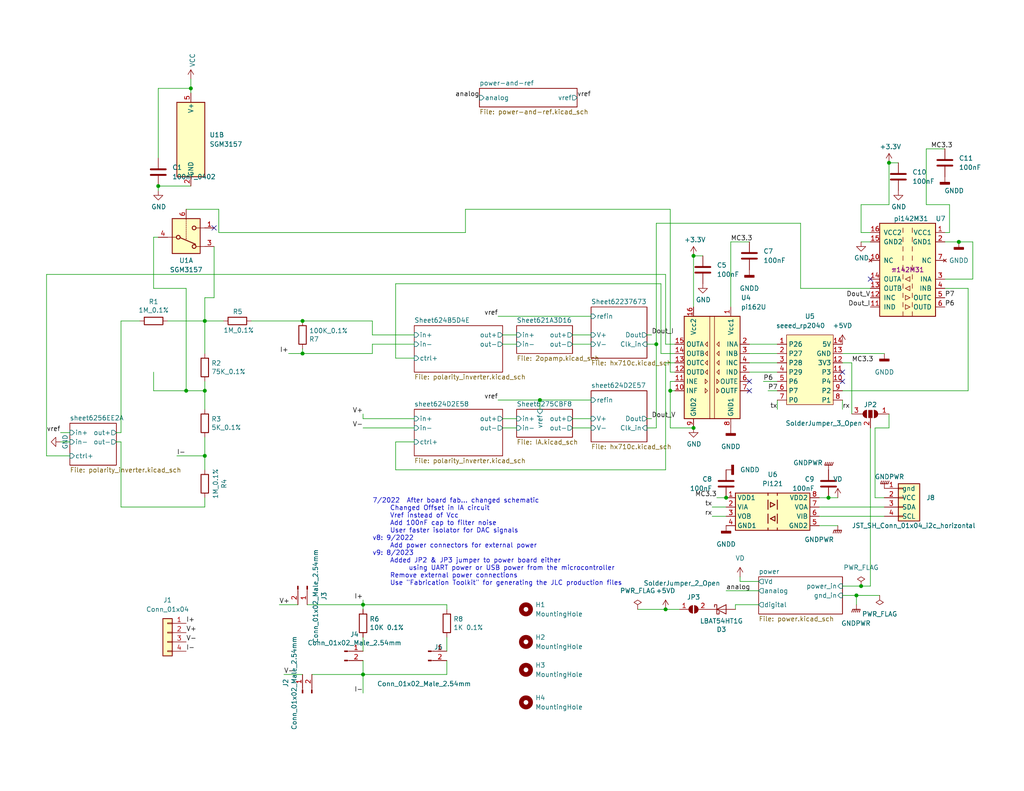
<source format=kicad_sch>
(kicad_sch (version 20230121) (generator eeschema)
  (paper "USLetter")
  (title_block (title "square lockin") (date "2023-08-21") (rev "9") (company "Boulder, CO 80305") (comment 1 "325 Broadway") (comment 2 "NIST") (comment 3 "Sae Woo Nam"))
  (lib_symbols
    (symbol "0JLC-6:100K_0.1%" (pin_numbers hide) (pin_names (offset 0))
      (property "Reference" "R" (at 2.032 0 90))
      (property "Value" "100K_0.1%" (at 0 0 90))
      (symbol "100K_0.1%_1_1"
        (pin passive line (at 0 3.81 270) (length 1.27) (name "~") (number "1"))
        (pin passive line (at 0 -3.81 90) (length 1.27) (name "~") (number "2"))
      )
    )
    (symbol "0JLC-6:100nF_0402" (pin_numbers hide) (pin_names (offset 0.254))
      (property "Reference" "C" (at 0.635 2.54 0))
      (property "Value" "100nF_0402" (at 0.635 -2.54 0))
      (symbol "100nF_0402_1_1"
        (pin passive line (at 0 3.81 270) (length 2.794) (name "~") (number "1"))
        (pin passive line (at 0 -3.81 90) (length 2.794) (name "~") (number "2"))
      )
    )
    (symbol "0JLC-6:10K" (pin_numbers hide) (pin_names (offset 0))
      (property "Reference" "R" (at 2.032 0 90))
      (property "Value" "10K" (at 0 0 90))
      (symbol "10K_1_1"
        (pin passive line (at 0 3.81 270) (length 1.27) (name "~") (number "1"))
        (pin passive line (at 0 -3.81 90) (length 1.27) (name "~") (number "2"))
      )
    )
    (symbol "0JLC-6:1K" (pin_numbers hide) (pin_names (offset 0))
      (property "Reference" "R" (at 2.032 0 90))
      (property "Value" "1K" (at 0 0 90))
      (symbol "1K_1_1"
        (pin passive line (at 0 3.81 270) (length 1.27) (name "~") (number "1"))
        (pin passive line (at 0 -3.81 90) (length 1.27) (name "~") (number "2"))
      )
    )
    (symbol "0JLC-6:1M_0.1%" (pin_numbers hide) (pin_names (offset 0))
      (property "Reference" "R" (at 2.032 0 90))
      (property "Value" "1M_0.1%" (at 0 0 90))
      (symbol "1M_0.1%_1_1"
        (pin passive line (at 0 3.81 270) (length 1.27) (name "~") (number "1"))
        (pin passive line (at 0 -3.81 90) (length 1.27) (name "~") (number "2"))
      )
    )
    (symbol "0JLC-6:5K_0.1%" (pin_numbers hide) (pin_names (offset 0))
      (property "Reference" "R" (at 2.032 0 90))
      (property "Value" "5K_0.1%" (at 0 0 90))
      (symbol "5K_0.1%_1_1"
        (pin passive line (at 0 3.81 270) (length 1.27) (name "~") (number "1"))
        (pin passive line (at 0 -3.81 90) (length 1.27) (name "~") (number "2"))
      )
    )
    (symbol "0JLC-6:75K_0.1%" (pin_numbers hide) (pin_names (offset 0))
      (property "Reference" "R" (at 2.032 0 90))
      (property "Value" "75K_0.1%" (at 0 0 90))
      (symbol "75K_0.1%_1_1"
        (pin passive line (at 0 3.81 270) (length 1.27) (name "~") (number "1"))
        (pin passive line (at 0 -3.81 90) (length 1.27) (name "~") (number "2"))
      )
    )
    (symbol "0JLC-6:Conn_01x02_Male_2.54mm" (pin_names (offset 1.016) hide)
      (property "Reference" "J" (at 0 2.54 0))
      (property "Value" "Conn_01x02_Male_2.54mm" (at 0 -5.08 0))
      (symbol "Conn_01x02_Male_2.54mm_1_1"
        (pin passive line (at 5.08 0 180) (length 3.81) (name "Pin_1") (number "1"))
        (pin passive line (at 5.08 -2.54 180) (length 3.81) (name "Pin_2") (number "2"))
      )
    )
    (symbol "0JLC-6:JST_SH_Conn_01x04_i2c_horizontal" (pin_names (offset 1.016))
      (property "Reference" "J" (at 0 5.08 0))
      (property "Value" "JST_SH_Conn_01x04_i2c_horizontal" (at 0 -7.62 0))
      (symbol "JST_SH_Conn_01x04_i2c_horizontal_1_1"
        (pin passive line (at -5.08 2.54 0) (length 3.81) (name "gnd") (number "1"))
        (pin passive line (at -5.08 0 0) (length 3.81) (name "VCC") (number "2"))
        (pin passive line (at -5.08 -2.54 0) (length 3.81) (name "SDA") (number "3"))
        (pin passive line (at -5.08 -5.08 0) (length 3.81) (name "SCL") (number "4"))
      )
    )
    (symbol "0JLC-6:PI121"
      (property "Reference" "U" (at -8.89 6.35 0))
      (property "Value" "PI121" (at 1.27 6.35 0))
      (symbol "PI121_1_1"
        (pin power_in line (at -12.7 3.81 0) (length 2.54) (name "VDD1") (number "1"))
        (pin input line (at -12.7 1.27 0) (length 2.54) (name "VIA") (number "2"))
        (pin output line (at -12.7 -1.27 0) (length 2.54) (name "VOB") (number "3"))
        (pin power_in line (at -12.7 -3.81 0) (length 2.54) (name "GND1") (number "4"))
        (pin power_in line (at 12.7 -3.81 180) (length 2.54) (name "GND2") (number "5"))
        (pin input line (at 12.7 -1.27 180) (length 2.54) (name "VIB") (number "6"))
        (pin output line (at 12.7 1.27 180) (length 2.54) (name "VOA") (number "7"))
        (pin power_in line (at 12.7 3.81 180) (length 2.54) (name "VDD2") (number "8"))
      )
    )
    (symbol "0JLC-6:pi142x3x" (pin_names (offset 1.016))
      (property "Reference" "U?" (at 0 17.78 0))
      (property "Value" "pi142x3x" (at 0 15.24 0))
      (property "MPN" "π142M31" (at 0 0 0))
      (symbol "pi142x3x_1_1"
        (pin power_in line (at -10.16 10.16 0) (length 2.54) (name "VCC1") (number "1"))
        (pin no_connect line (at 10.16 2.54 180) (length 2.54) (name "NC") (number "10"))
        (pin input line (at 10.16 -10.16 180) (length 2.54) (name "IND") (number "11"))
        (pin input line (at 10.16 -7.62 180) (length 2.54) (name "INC") (number "12"))
        (pin output line (at 10.16 -5.08 180) (length 2.54) (name "OUTB") (number "13"))
        (pin output line (at 10.16 -2.54 180) (length 2.54) (name "OUTA") (number "14"))
        (pin power_in line (at 10.16 7.62 180) (length 2.54) (name "GND2") (number "15"))
        (pin power_in line (at 10.16 10.16 180) (length 2.54) (name "VCC2") (number "16"))
        (pin power_in line (at -10.16 7.62 0) (length 2.54) (name "GND1") (number "2"))
        (pin input line (at -10.16 -2.54 0) (length 2.54) (name "INA") (number "3"))
        (pin input line (at -10.16 -5.08 0) (length 2.54) (name "INB") (number "4"))
        (pin output line (at -10.16 -7.62 0) (length 2.54) (name "OUTC") (number "5"))
        (pin output line (at -10.16 -10.16 0) (length 2.54) (name "OUTD") (number "6"))
        (pin no_connect line (at -10.16 2.54 0) (length 2.54) (name "NC") (number "7"))
        (pin passive line (at -10.16 7.62 0) (length 2.54) hide (name "GND1") (number "8"))
        (pin passive line (at 10.16 7.62 180) (length 2.54) hide (name "GND2") (number "9"))
      )
    )
    (symbol "0JLC-7:100nF" (pin_numbers hide) (pin_names (offset 0.254))
      (property "Reference" "C8" (at -3.81 -1.2701 0))
      (property "Value" "100nF" (at -3.81 1.2699 0))
      (symbol "100nF_1_1"
        (pin passive line (at 0 3.81 270) (length 2.794) (name "~") (number "1"))
        (pin passive line (at 0 -3.81 90) (length 2.794) (name "~") (number "2"))
      )
    )
    (symbol "0JLC-7:LBAT54HT1G" (pin_numbers hide) (pin_names (offset 1.016) hide)
      (property "Reference" "D1" (at -1.27 -2.54 0))
      (property "Value" "LBAT54HT1G" (at -5.08 2.54 0))
      (symbol "LBAT54HT1G_1_1"
        (pin passive line (at -3.81 0 0) (length 2.54) (name "K") (number "1"))
        (pin passive line (at 3.81 0 180) (length 2.54) (name "A") (number "2"))
      )
    )
    (symbol "0JLC-7:SGM3157" (pin_names (offset 0.127))
      (property "Reference" "U1" (at 0 5.08 0))
      (property "Value" "SGM3157" (at 0 7.62 0))
      (property "LCSC" "C394901" (at 0 0 0))
      (symbol "SGM3157_1_1"
        (pin passive line (at 7.62 -5.08 180) (length 2.54) (name "~") (number "1"))
        (pin passive line (at 7.62 0 180) (length 2.54) (name "~") (number "3"))
        (pin passive line (at -7.62 -2.54 0) (length 2.54) (name "~") (number "4"))
        (pin input line (at 0 -10.16 90) (length 2.54) (name "~") (number "6"))
      )
      (symbol "SGM3157_2_0"
        (pin power_in line (at 0 -12.7 90) (length 2.54) (name "GND") (number "2"))
        (pin power_in line (at 0 12.7 270) (length 2.54) (name "V+") (number "5"))
      )
    )
    (symbol "Analog_Switch:NC7SB3157P6X" (pin_names (offset 0.127))
      (property "Reference" "U" (at -3.175 4.699 0))
      (property "Value" "NC7SB3157P6X" (at -3.175 2.921 0))
      (symbol "NC7SB3157P6X_1_1"
        (pin passive line (at 7.62 -5.08 180) (length 2.54) (name "~") (number "1"))
        (pin passive line (at 7.62 0 180) (length 2.54) (name "~") (number "3"))
        (pin passive line (at -7.62 -2.54 0) (length 2.54) (name "~") (number "4"))
        (pin input line (at 0 -10.16 90) (length 2.54) (name "~") (number "6"))
      )
      (symbol "NC7SB3157P6X_2_0"
        (pin power_in line (at 0 -12.7 90) (length 2.54) (name "GND") (number "2"))
        (pin power_in line (at 0 12.7 270) (length 2.54) (name "V+") (number "5"))
      )
    )
    (symbol "Connector_Generic:Conn_01x04" (pin_names (offset 1.016) hide)
      (property "Reference" "J" (at 0 5.08 0))
      (property "Value" "Conn_01x04" (at 0 -7.62 0))
      (symbol "Conn_01x04_1_1"
        (pin passive line (at -5.08 2.54 0) (length 3.81) (name "Pin_1") (number "1"))
        (pin passive line (at -5.08 0 0) (length 3.81) (name "Pin_2") (number "2"))
        (pin passive line (at -5.08 -2.54 0) (length 3.81) (name "Pin_3") (number "3"))
        (pin passive line (at -5.08 -5.08 0) (length 3.81) (name "Pin_4") (number "4"))
      )
    )
    (symbol "Isolator:ISO7762DW"
      (property "Reference" "U" (at 8.255 14.605 0))
      (property "Value" "ISO7762DW" (at 8.255 12.065 0))
      (symbol "ISO7762DW_1_1"
        (pin power_in line (at -5.08 17.78 270) (length 2.54) (name "Vcc1") (number "1"))
        (pin input line (at 10.16 -5.08 180) (length 2.54) (name "INF") (number "10"))
        (pin input line (at 10.16 -2.54 180) (length 2.54) (name "INE") (number "11"))
        (pin output line (at 10.16 0 180) (length 2.54) (name "OUTD") (number "12"))
        (pin output line (at 10.16 2.54 180) (length 2.54) (name "OUTC") (number "13"))
        (pin output line (at 10.16 5.08 180) (length 2.54) (name "OUTB") (number "14"))
        (pin output line (at 10.16 7.62 180) (length 2.54) (name "OUTA") (number "15"))
        (pin power_in line (at 5.08 17.78 270) (length 2.54) (name "Vcc2") (number "16"))
        (pin input line (at -10.16 7.62 0) (length 2.54) (name "INA") (number "2"))
        (pin input line (at -10.16 5.08 0) (length 2.54) (name "INB") (number "3"))
        (pin input line (at -10.16 2.54 0) (length 2.54) (name "INC") (number "4"))
        (pin input line (at -10.16 0 0) (length 2.54) (name "IND") (number "5"))
        (pin output line (at -10.16 -2.54 0) (length 2.54) (name "OUTE") (number "6"))
        (pin output line (at -10.16 -5.08 0) (length 2.54) (name "OUTF") (number "7"))
        (pin power_in line (at -5.08 -15.24 90) (length 2.54) (name "GND1") (number "8"))
        (pin power_in line (at 5.08 -15.24 90) (length 2.54) (name "GND2") (number "9"))
      )
    )
    (symbol "Jumper:SolderJumper_2_Open" (pin_names (offset 0) hide)
      (property "Reference" "JP" (at 0 2.032 0))
      (property "Value" "SolderJumper_2_Open" (at 0 -2.54 0))
      (symbol "SolderJumper_2_Open_1_1"
        (pin passive line (at -3.81 0 0) (length 2.54) (name "A") (number "1"))
        (pin passive line (at 3.81 0 180) (length 2.54) (name "B") (number "2"))
      )
    )
    (symbol "Jumper:SolderJumper_3_Open" (pin_names (offset 0) hide)
      (property "Reference" "JP" (at -2.54 -2.54 0))
      (property "Value" "SolderJumper_3_Open" (at 0 2.794 0))
      (symbol "SolderJumper_3_Open_1_1"
        (pin passive line (at -5.08 0 0) (length 2.54) (name "A") (number "1"))
        (pin passive line (at 0 -3.81 90) (length 2.54) (name "C") (number "2"))
        (pin passive line (at 5.08 0 180) (length 2.54) (name "B") (number "3"))
      )
    )
    (symbol "Mechanical:MountingHole" (pin_names (offset 1.016))
      (property "Reference" "H" (at 0 5.08 0))
      (property "Value" "MountingHole" (at 0 3.175 0))
    )
    (symbol "power:+3.3V" (power) (pin_names (offset 0))
      (property "Value" "+3.3V" (at 0 3.556 0))
      (symbol "+3.3V_1_1"
        (pin power_in line (at 0 0 90) (length 0) hide (name "+3.3V") (number "1"))
      )
    )
    (symbol "power:+5VD" (power) (pin_names (offset 0))
      (property "Value" "+5VD" (at 0 3.556 0))
      (symbol "+5VD_1_1"
        (pin power_in line (at 0 0 90) (length 0) hide (name "+5VD") (number "1"))
      )
    )
    (symbol "power:GND" (power) (pin_names (offset 0))
      (property "Value" "GND" (at 0 -3.81 0))
      (symbol "GND_1_1"
        (pin power_in line (at 0 0 270) (length 0) hide (name "GND") (number "1"))
      )
    )
    (symbol "power:GNDD" (power) (pin_names (offset 0))
      (property "Value" "GNDD" (at 0 -3.175 0))
      (symbol "GNDD_1_1"
        (pin power_in line (at 0 0 270) (length 0) hide (name "GNDD") (number "1"))
      )
    )
    (symbol "power:GNDPWR" (power) (pin_names (offset 0))
      (property "Value" "GNDPWR" (at 0 -3.302 0))
      (symbol "GNDPWR_1_1"
        (pin power_in line (at 0 0 270) (length 0) hide (name "GNDPWR") (number "1"))
      )
    )
    (symbol "power:PWR_FLAG" (power) (pin_numbers hide) (pin_names (offset 0) hide)
      (property "Value" "PWR_FLAG" (at 0 3.81 0))
      (symbol "PWR_FLAG_0_0"
        (pin power_out line (at 0 0 90) (length 0) (name "pwr") (number "1"))
      )
    )
    (symbol "power:VCC" (power) (pin_names (offset 0))
      (property "Value" "VCC" (at 0 3.81 0))
      (symbol "VCC_1_1"
        (pin power_in line (at 0 0 90) (length 0) hide (name "VCC") (number "1"))
      )
    )
    (symbol "power:VD" (power) (pin_names (offset 0))
      (property "Value" "VD" (at 0 3.81 0))
      (symbol "VD_1_1"
        (pin power_in line (at 0 0 90) (length 0) hide (name "VD") (number "1"))
      )
    )
    (symbol "schematic_library:seeed_rp2040"
      (property "Reference" "U" (at -2.54 1.27 0))
      (property "Value" "seeed_rp2040" (at 0 3.81 0))
      (symbol "seeed_rp2040_1_1"
        (pin bidirectional line (at -8.89 -2.54 0) (length 2.54) (name "P26") (number "1"))
        (pin bidirectional line (at 8.89 -12.7 180) (length 2.54) (name "P4") (number "10"))
        (pin bidirectional line (at 8.89 -10.16 180) (length 2.54) (name "P3") (number "11"))
        (pin power_out line (at 8.89 -7.62 180) (length 2.54) (name "3V3") (number "12"))
        (pin passive line (at 8.89 -5.08 180) (length 2.54) (name "GND") (number "13"))
        (pin passive line (at 8.89 -2.54 180) (length 2.54) (name "5V") (number "14"))
        (pin bidirectional line (at -8.89 -5.08 0) (length 2.54) (name "P27") (number "2"))
        (pin bidirectional line (at -8.89 -7.62 0) (length 2.54) (name "P28") (number "3"))
        (pin bidirectional line (at -8.89 -10.16 0) (length 2.54) (name "P29") (number "4"))
        (pin bidirectional line (at -8.89 -12.7 0) (length 2.54) (name "P6") (number "5"))
        (pin bidirectional line (at -8.89 -15.24 0) (length 2.54) (name "P7") (number "6"))
        (pin bidirectional line (at -8.89 -17.78 0) (length 2.54) (name "P0") (number "7"))
        (pin bidirectional line (at 8.89 -17.78 180) (length 2.54) (name "P1") (number "8"))
        (pin bidirectional line (at 8.89 -15.24 180) (length 2.54) (name "P2") (number "9"))
      )
    )
  )
  (junction (at 242.57 44.45))
  (junction (at 182.88 106.68))
  (junction (at 82.55 87.63))
  (junction (at 99.06 184.15))
  (junction (at 233.68 162.56))
  (junction (at 198.12 135.89))
  (junction (at 261.62 66.04))
  (junction (at 55.88 87.63))
  (junction (at 43.18 50.8))
  (junction (at 99.06 165.1))
  (junction (at 147.32 109.22))
  (junction (at 52.07 24.13))
  (junction (at 55.88 124.46))
  (junction (at 179.07 93.98))
  (junction (at 189.23 116.84))
  (junction (at 50.8 106.68))
  (junction (at 55.88 106.68))
  (junction (at 181.61 166.37))
  (junction (at 82.55 96.52))
  (junction (at 189.23 69.85))
  (junction (at 226.06 135.89))
  (junction (at 234.95 160.02))
  (no_connect (at 58.42 62.23))
  (no_connect (at 229.87 104.14))
  (no_connect (at 229.87 101.6))
  (no_connect (at 237.49 76.2))
  (no_connect (at 204.47 104.14))
  (no_connect (at 204.47 106.68))
  (wire (pts (xy 121.92 165.1) (xy 121.92 166.37)))
  (wire (pts (xy 77.47 184.15) (xy 82.55 184.15)))
  (wire (pts (xy 176.53 93.98) (xy 179.07 93.98)))
  (wire (pts (xy 147.32 109.22) (xy 147.32 111.76)))
  (wire (pts (xy 194.31 140.97) (xy 198.12 140.97)))
  (wire (pts (xy 237.49 116.84) (xy 237.49 160.02)))
  (wire (pts (xy 137.16 116.84) (xy 140.97 116.84)))
  (wire (pts (xy 259.08 55.88) (xy 259.08 63.5)))
  (wire (pts (xy 33.02 120.65) (xy 33.02 138.43)))
  (wire (pts (xy 201.93 157.48) (xy 201.93 158.75)))
  (wire (pts (xy 12.7 74.93) (xy 181.61 74.93)))
  (wire (pts (xy 52.07 24.13) (xy 52.07 25.4)))
  (wire (pts (xy 176.53 114.3) (xy 177.8 114.3)))
  (wire (pts (xy 181.61 166.37) (xy 185.42 166.37)))
  (wire (pts (xy 99.06 180.34) (xy 99.06 184.15)))
  (wire (pts (xy 33.02 87.63) (xy 33.02 118.11)))
  (wire (pts (xy 199.39 66.04) (xy 204.47 66.04)))
  (wire (pts (xy 121.92 173.99) (xy 121.92 177.8)))
  (wire (pts (xy 113.03 93.98) (xy 101.6 93.98)))
  (wire (pts (xy 121.92 184.15) (xy 99.06 184.15)))
  (wire (pts (xy 265.43 76.2) (xy 265.43 66.04)))
  (wire (pts (xy 82.55 95.25) (xy 82.55 96.52)))
  (wire (pts (xy 179.07 93.98) (xy 179.07 116.84)))
  (wire (pts (xy 101.6 93.98) (xy 101.6 96.52)))
  (wire (pts (xy 50.8 78.74) (xy 41.91 78.74)))
  (wire (pts (xy 182.88 57.15) (xy 182.88 101.6)))
  (wire (pts (xy 52.07 21.59) (xy 52.07 24.13)))
  (wire (pts (xy 101.6 96.52) (xy 82.55 96.52)))
  (wire (pts (xy 233.68 162.56) (xy 240.03 162.56)))
  (wire (pts (xy 99.06 184.15) (xy 99.06 189.23)))
  (wire (pts (xy 234.95 160.02) (xy 237.49 160.02)))
  (wire (pts (xy 107.95 128.27) (xy 107.95 120.65)))
  (wire (pts (xy 55.88 81.28) (xy 55.88 87.63)))
  (wire (pts (xy 107.95 128.27) (xy 181.61 128.27)))
  (wire (pts (xy 180.34 77.47) (xy 107.95 77.47)))
  (wire (pts (xy 212.09 109.22) (xy 212.09 111.76)))
  (wire (pts (xy 113.03 114.3) (xy 99.06 114.3)))
  (wire (pts (xy 200.66 165.1) (xy 200.66 166.37)))
  (wire (pts (xy 33.02 138.43) (xy 55.88 138.43)))
  (wire (pts (xy 179.07 116.84) (xy 176.53 116.84)))
  (wire (pts (xy 55.88 87.63) (xy 55.88 96.52)))
  (wire (pts (xy 59.69 63.5) (xy 127 63.5)))
  (wire (pts (xy 48.26 124.46) (xy 55.88 124.46)))
  (wire (pts (xy 41.91 64.77) (xy 43.18 64.77)))
  (wire (pts (xy 19.05 124.46) (xy 12.7 124.46)))
  (wire (pts (xy 55.88 104.14) (xy 55.88 106.68)))
  (wire (pts (xy 209.55 106.68) (xy 212.09 106.68)))
  (wire (pts (xy 127 57.15) (xy 182.88 57.15)))
  (wire (pts (xy 41.91 78.74) (xy 41.91 64.77)))
  (wire (pts (xy 137.16 114.3) (xy 140.97 114.3)))
  (wire (pts (xy 229.87 96.52) (xy 241.3 96.52)))
  (wire (pts (xy 242.57 113.03) (xy 242.57 116.84)))
  (wire (pts (xy 198.12 161.29) (xy 207.01 161.29)))
  (wire (pts (xy 55.88 87.63) (xy 60.96 87.63)))
  (wire (pts (xy 264.16 78.74) (xy 264.16 106.68)))
  (wire (pts (xy 194.31 138.43) (xy 198.12 138.43)))
  (wire (pts (xy 127 63.5) (xy 127 57.15)))
  (wire (pts (xy 233.68 162.56) (xy 233.68 165.1)))
  (wire (pts (xy 43.18 50.8) (xy 43.18 52.07)))
  (wire (pts (xy 189.23 69.85) (xy 191.77 69.85)))
  (wire (pts (xy 218.44 60.96) (xy 179.07 60.96)))
  (wire (pts (xy 180.34 96.52) (xy 180.34 77.47)))
  (wire (pts (xy 229.87 106.68) (xy 264.16 106.68)))
  (wire (pts (xy 99.06 165.1) (xy 99.06 166.37)))
  (wire (pts (xy 99.06 114.3) (xy 99.06 113.03)))
  (wire (pts (xy 55.88 106.68) (xy 55.88 111.76)))
  (wire (pts (xy 33.02 87.63) (xy 38.1 87.63)))
  (wire (pts (xy 45.72 87.63) (xy 55.88 87.63)))
  (wire (pts (xy 173.99 166.37) (xy 181.61 166.37)))
  (wire (pts (xy 181.61 99.06) (xy 184.15 99.06)))
  (wire (pts (xy 226.06 135.89) (xy 228.6 135.89)))
  (wire (pts (xy 208.28 104.14) (xy 212.09 104.14)))
  (wire (pts (xy 43.18 43.18) (xy 43.18 24.13)))
  (wire (pts (xy 232.41 113.03) (xy 232.41 99.06)))
  (wire (pts (xy 201.93 158.75) (xy 207.01 158.75)))
  (wire (pts (xy 257.81 78.74) (xy 264.16 78.74)))
  (wire (pts (xy 242.57 44.45) (xy 245.11 44.45)))
  (wire (pts (xy 99.06 173.99) (xy 99.06 177.8)))
  (wire (pts (xy 99.06 116.84) (xy 113.03 116.84)))
  (wire (pts (xy 137.16 93.98) (xy 140.97 93.98)))
  (wire (pts (xy 252.73 40.64) (xy 252.73 55.88)))
  (wire (pts (xy 161.29 109.22) (xy 147.32 109.22)))
  (wire (pts (xy 147.32 109.22) (xy 135.89 109.22)))
  (wire (pts (xy 238.76 116.84) (xy 242.57 116.84)))
  (wire (pts (xy 101.6 87.63) (xy 101.6 91.44)))
  (wire (pts (xy 161.29 86.36) (xy 135.89 86.36)))
  (wire (pts (xy 257.81 76.2) (xy 265.43 76.2)))
  (wire (pts (xy 184.15 104.14) (xy 182.88 104.14)))
  (wire (pts (xy 229.87 160.02) (xy 234.95 160.02)))
  (wire (pts (xy 229.87 109.22) (xy 229.87 111.76)))
  (wire (pts (xy 257.81 66.04) (xy 261.62 66.04)))
  (wire (pts (xy 68.58 87.63) (xy 82.55 87.63)))
  (wire (pts (xy 181.61 74.93) (xy 181.61 93.98)))
  (wire (pts (xy 223.52 135.89) (xy 226.06 135.89)))
  (wire (pts (xy 181.61 93.98) (xy 184.15 93.98)))
  (wire (pts (xy 161.29 114.3) (xy 156.21 114.3)))
  (wire (pts (xy 237.49 78.74) (xy 218.44 78.74)))
  (wire (pts (xy 99.06 165.1) (xy 121.92 165.1)))
  (wire (pts (xy 52.07 50.8) (xy 43.18 50.8)))
  (wire (pts (xy 50.8 106.68) (xy 50.8 78.74)))
  (wire (pts (xy 58.42 67.31) (xy 58.42 81.28)))
  (wire (pts (xy 182.88 106.68) (xy 184.15 106.68)))
  (wire (pts (xy 55.88 124.46) (xy 55.88 128.27)))
  (wire (pts (xy 156.21 93.98) (xy 161.29 93.98)))
  (wire (pts (xy 218.44 78.74) (xy 218.44 60.96)))
  (wire (pts (xy 50.8 106.68) (xy 55.88 106.68)))
  (wire (pts (xy 184.15 101.6) (xy 182.88 101.6)))
  (wire (pts (xy 204.47 101.6) (xy 212.09 101.6)))
  (wire (pts (xy 229.87 162.56) (xy 233.68 162.56)))
  (wire (pts (xy 182.88 106.68) (xy 182.88 116.84)))
  (wire (pts (xy 31.75 120.65) (xy 33.02 120.65)))
  (wire (pts (xy 107.95 120.65) (xy 113.03 120.65)))
  (wire (pts (xy 184.15 96.52) (xy 180.34 96.52)))
  (wire (pts (xy 238.76 135.89) (xy 238.76 116.84)))
  (wire (pts (xy 223.52 143.51) (xy 228.6 143.51)))
  (wire (pts (xy 241.3 135.89) (xy 238.76 135.89)))
  (wire (pts (xy 161.29 91.44) (xy 156.21 91.44)))
  (wire (pts (xy 181.61 128.27) (xy 181.61 99.06)))
  (wire (pts (xy 81.28 165.1) (xy 76.2 165.1)))
  (wire (pts (xy 99.06 163.83) (xy 99.06 165.1)))
  (wire (pts (xy 242.57 44.45) (xy 242.57 55.88)))
  (wire (pts (xy 50.8 57.15) (xy 59.69 57.15)))
  (wire (pts (xy 223.52 140.97) (xy 241.3 140.97)))
  (wire (pts (xy 259.08 63.5) (xy 257.81 63.5)))
  (wire (pts (xy 31.75 118.11) (xy 33.02 118.11)))
  (wire (pts (xy 234.95 66.04) (xy 237.49 66.04)))
  (wire (pts (xy 41.91 101.6) (xy 41.91 106.68)))
  (wire (pts (xy 234.95 55.88) (xy 242.57 55.88)))
  (wire (pts (xy 16.51 118.11) (xy 19.05 118.11)))
  (wire (pts (xy 82.55 87.63) (xy 101.6 87.63)))
  (wire (pts (xy 204.47 99.06) (xy 212.09 99.06)))
  (wire (pts (xy 107.95 97.79) (xy 113.03 97.79)))
  (wire (pts (xy 41.91 106.68) (xy 50.8 106.68)))
  (wire (pts (xy 121.92 180.34) (xy 121.92 184.15)))
  (wire (pts (xy 237.49 63.5) (xy 234.95 63.5)))
  (wire (pts (xy 107.95 77.47) (xy 107.95 97.79)))
  (wire (pts (xy 177.8 91.44) (xy 176.53 91.44)))
  (wire (pts (xy 199.39 66.04) (xy 199.39 83.82)))
  (wire (pts (xy 179.07 60.96) (xy 179.07 93.98)))
  (wire (pts (xy 58.42 81.28) (xy 55.88 81.28)))
  (wire (pts (xy 252.73 55.88) (xy 259.08 55.88)))
  (wire (pts (xy 204.47 96.52) (xy 212.09 96.52)))
  (wire (pts (xy 55.88 119.38) (xy 55.88 124.46)))
  (wire (pts (xy 43.18 24.13) (xy 52.07 24.13)))
  (wire (pts (xy 195.58 135.89) (xy 198.12 135.89)))
  (wire (pts (xy 229.87 99.06) (xy 232.41 99.06)))
  (wire (pts (xy 234.95 63.5) (xy 234.95 55.88)))
  (wire (pts (xy 156.21 116.84) (xy 161.29 116.84)))
  (wire (pts (xy 85.09 184.15) (xy 99.06 184.15)))
  (wire (pts (xy 59.69 57.15) (xy 59.69 63.5)))
  (wire (pts (xy 83.82 165.1) (xy 99.06 165.1)))
  (wire (pts (xy 223.52 138.43) (xy 241.3 138.43)))
  (wire (pts (xy 78.74 96.52) (xy 82.55 96.52)))
  (wire (pts (xy 55.88 135.89) (xy 55.88 138.43)))
  (wire (pts (xy 252.73 40.64) (xy 257.81 40.64)))
  (wire (pts (xy 101.6 91.44) (xy 113.03 91.44)))
  (wire (pts (xy 189.23 69.85) (xy 189.23 83.82)))
  (wire (pts (xy 265.43 66.04) (xy 261.62 66.04)))
  (wire (pts (xy 182.88 116.84) (xy 189.23 116.84)))
  (wire (pts (xy 137.16 91.44) (xy 140.97 91.44)))
  (wire (pts (xy 12.7 124.46) (xy 12.7 74.93)))
  (wire (pts (xy 204.47 93.98) (xy 212.09 93.98)))
  (wire (pts (xy 207.01 165.1) (xy 200.66 165.1)))
  (wire (pts (xy 16.51 120.65) (xy 19.05 120.65)))
  (wire (pts (xy 182.88 104.14) (xy 182.88 106.68)))
  (text "7/2022  After board fab... changed schematic \n	Changed Offset in IA circuit\n   	Vref instead of Vcc\n   	Add 100nF cap to filter noise\n	User faster isolator for DAC signals\nv8: 9/2022\n	Add power connectors for external power\nv9: 8/2023\n	Added JP2 & JP3 jumper to power board either \n     	using UART power or USB power from the microcontroller\n	Remove external power connections\n	Use \"Fabrication Toolkit\" for generating the JLC production files" (at 101.6 160.02 0) (effects (font (size 1.27 1.27)) (justify left bottom)))
  (label "Dout_V" (at 237.49 81.28 180))
  (label "vref" (at 135.89 86.36 180))
  (label "I-" (at 50.8 177.8 0))
  (label "Dout_I" (at 177.8 91.44 0))
  (label "V-" (at 99.06 116.84 180))
  (label "P7" (at 209.55 106.68 0))
  (label "MC3.3" (at 199.39 66.04 0))
  (label "analog" (at 198.12 161.29 0))
  (label "V+" (at 99.06 113.03 180))
  (label "I+" (at 99.06 163.83 180))
  (label "I+" (at 78.74 96.52 180))
  (label "tx" (at 194.31 138.43 180))
  (label "rx" (at 194.31 140.97 180))
  (label "V-" (at 77.47 184.15 0))
  (label "I-" (at 48.26 124.46 0))
  (label "Dout_V" (at 177.8 114.3 0))
  (label "I+" (at 50.8 170.18 0))
  (label "analog" (at 130.81 26.67 180))
  (label "MC3.3" (at 254 40.64 0))
  (label "vref" (at 16.51 118.11 180))
  (label "V-" (at 50.8 175.26 0))
  (label "P7" (at 257.81 81.28 0))
  (label "vref" (at 135.89 109.22 180))
  (label "P6" (at 208.28 104.14 0))
  (label "Dout_I" (at 237.49 83.82 180))
  (label "rx" (at 229.87 111.76 0))
  (label "I-" (at 99.06 189.23 180))
  (label "V+" (at 76.2 165.1 0))
  (label "P6" (at 257.81 83.82 0))
  (label "vref" (at 157.48 26.67 0))
  (label "V+" (at 50.8 172.72 0))
  (label "tx" (at 212.09 111.76 180))
  (label "MC3.3" (at 195.58 135.89 180))
  (label "MC3.3" (at 232.41 99.06 0))
  (symbol (lib_id "0JLC-6:1M_0.1%") (at 41.91 87.63 270) (unit 1)
    (property "Reference" "R1" (at 41.91 82.3722 90))
    (property "Value" "1M_0.1%" (at 41.91 84.6836 90))
    (property "Footprint" "Resistor_SMD:R_1206_3216Metric_Pad1.30x1.75mm_HandSolder" (effects hide))
    (property "LCSC" "C2984499" (effects hide))
    (property "MPN" "ARG06BTC1004" (effects hide))
  )
  (symbol (lib_id "0JLC-6:1M_0.1%") (at 55.88 132.08 180) (unit 1)
    (property "Reference" "R4" (at 61.1378 132.08 90))
    (property "Value" "1M_0.1%" (at 58.8264 132.08 90))
    (property "Footprint" "Resistor_SMD:R_1206_3216Metric_Pad1.30x1.75mm_HandSolder" (effects hide))
    (property "LCSC" "C2984499" (effects hide))
    (property "MPN" "ARG06BTC1004" (effects hide))
  )
  (symbol (lib_id "0JLC-6:1M_0.1%") (at 64.77 87.63 270) (unit 1)
    (property "Reference" "R5" (at 63.5 85.09 90) (effects (justify left)))
    (property "Value" "1M_0.1%" (at 60.96 90.17 90) (effects (justify left)))
    (property "Footprint" "Resistor_SMD:R_1206_3216Metric_Pad1.30x1.75mm_HandSolder" (effects hide))
    (property "LCSC" "C2984499" (effects hide))
    (property "MPN" "ARG06BTC1004" (effects hide))
  )
  (symbol (lib_id "0JLC-6:75K_0.1%") (at 55.88 100.33 0) (unit 1)
    (property "Reference" "R2" (at 57.658 99.1616 0) (effects (justify left)))
    (property "Value" "75K_0.1%" (at 57.658 101.473 0) (effects (justify left)))
    (property "Footprint" "Resistor_SMD:R_0805_2012Metric_Pad1.20x1.40mm_HandSolder" (effects hide))
    (property "MPN" "TC0525B7502T5E" (effects hide))
    (property "LCSC" "C111588" (effects hide))
  )
  (symbol (lib_id "0JLC-6:10K") (at 99.06 170.18 0) (unit 1)
    (property "Reference" "R6" (at 100.838 169.0116 0) (effects (justify left)))
    (property "Value" "10K 0.1%" (at 100.838 171.323 0) (effects (justify left)))
    (property "Footprint" "Resistor_SMD:R_0603_1608Metric_Pad0.98x0.95mm_HandSolder" (effects hide))
    (property "LCSC" "C723396" (effects hide))
    (property "MPN" "AT0603BRD0710KL" (effects hide))
  )
  (symbol (lib_id "0JLC-6:Conn_01x02_Male_2.54mm") (at 93.98 177.8 0) (unit 1)
    (property "Reference" "J4" (at 96.7232 173.2026 0))
    (property "Value" "Conn_01x02_Male_2.54mm" (at 96.7232 175.514 0))
    (property "Footprint" "Connector_PinHeader_2.54mm:PinHeader_1x02_P2.54mm_Vertical" (effects hide))
    (property "LCSC" "C358684" (effects hide))
    (property "MPN" "MTP125-1102S1" (effects hide))
    (property "JLCPCB Rotation Offset" "90" (effects hide))
    (property "JLCPCB Position Offset" "-1.27, 0" (effects hide))
  )
  (symbol (lib_id "0JLC-6:Conn_01x02_Male_2.54mm") (at 116.84 177.8 0) (unit 1)
    (property "Reference" "J6" (at 118.4148 176.6824 0) (effects (justify left)))
    (property "Value" "Conn_01x02_Male_2.54mm" (at 102.87 186.69 0) (effects (justify left)))
    (property "Footprint" "Connector_PinHeader_2.54mm:PinHeader_1x02_P2.54mm_Vertical" (effects hide))
    (property "LCSC" "C358684" (effects hide))
    (property "MPN" "MTP125-1102S1" (effects hide))
    (property "JLCPCB Rotation Offset" "90" (effects hide))
    (property "JLCPCB Position Offset" "-1.27, 0" (effects hide))
  )
  (symbol (lib_id "power:GND") (at 16.51 120.65 270) (unit 1)
    (property "Reference" "#PWR01" (effects hide))
    (property "Value" "GND" (at 17.78 120.65 0))
  )
  (symbol (lib_id "0JLC-6:5K_0.1%") (at 55.88 115.57 0) (unit 1)
    (property "Reference" "R3" (at 57.658 114.4016 0) (effects (justify left)))
    (property "Value" "5K_0.1%" (at 57.658 116.713 0) (effects (justify left)))
    (property "Footprint" "Resistor_SMD:R_0805_2012Metric_Pad1.20x1.40mm_HandSolder" (effects hide))
    (property "LCSC" "C2828700" (effects hide))
    (property "MPN" "TC0525B5001T5E" (effects hide))
    (property "Field5" "C78980 ; C2828700" (effects hide))
  )
  (symbol (lib_id "0JLC-6:100K_0.1%") (at 82.55 91.44 0) (mirror x) (unit 1)
    (property "Reference" "R7" (at 84.328 92.6084 0) (effects (justify left)))
    (property "Value" "100K_0.1%" (at 84.328 90.297 0) (effects (justify left)))
    (property "Footprint" "Resistor_SMD:R_0603_1608Metric_Pad0.98x0.95mm_HandSolder" (effects hide))
    (property "MPN" "RT0603BRD07100KL" (effects hide))
    (property "LCSC" "C122538" (effects hide))
  )
  (symbol (lib_id "0JLC-6:1K") (at 121.92 170.18 0) (unit 1)
    (property "Reference" "R8" (at 123.698 169.0116 0) (effects (justify left)))
    (property "Value" "1K 0.1%" (at 123.698 171.323 0) (effects (justify left)))
    (property "Footprint" "Resistor_SMD:R_0603_1608Metric_Pad0.98x0.95mm_HandSolder" (effects hide))
    (property "LCSC" "C328422" (effects hide))
    (property "MPN" "PTFR0603B1K00P9" (effects hide))
  )
  (symbol (lib_id "0JLC-6:Conn_01x02_Male_2.54mm") (at 83.82 160.02 270) (unit 1)
    (property "Reference" "J3" (at 88.4174 162.7632 0))
    (property "Value" "Conn_01x02_Male_2.54mm" (at 86.106 162.7632 0))
    (property "Footprint" "Connector_PinHeader_2.54mm:PinHeader_1x02_P2.54mm_Vertical" (effects hide))
    (property "LCSC" "C358684" (effects hide))
    (property "MPN" "MTP125-1102S1" (effects hide))
    (property "JLCPCB Rotation Offset" "90" (effects hide))
    (property "JLCPCB Position Offset" "-1.27, 0" (effects hide))
  )
  (symbol (lib_id "0JLC-6:Conn_01x02_Male_2.54mm") (at 82.55 189.23 90) (unit 1)
    (property "Reference" "J2" (at 77.9526 186.4868 0))
    (property "Value" "Conn_01x02_Male_2.54mm" (at 80.264 186.4868 0))
    (property "Footprint" "Connector_PinHeader_2.54mm:PinHeader_1x02_P2.54mm_Vertical" (effects hide))
    (property "LCSC" "C358684" (effects hide))
    (property "MPN" "MTP125-1102S1" (effects hide))
    (property "JLCPCB Rotation Offset" "90" (effects hide))
    (property "JLCPCB Position Offset" "-1.27, 0" (effects hide))
  )
  (symbol (lib_id "power:+5VD") (at 229.87 93.98 0) (unit 1)
    (property "Reference" "#PWR019" (effects hide))
    (property "Value" "+5VD" (at 229.87 88.9 0))
  )
  (symbol (lib_id "0JLC-6:PI121") (at 210.82 139.7 0) (unit 1)
    (property "Reference" "U6" (at 210.82 129.54 0))
    (property "Value" "PI121" (at 210.82 132.08 0))
    (property "Footprint" "Package_SO:SOIC-8_3.9x4.9mm_P1.27mm" (effects hide))
    (property "Datasheet" "https://datasheet.lcsc.com/lcsc/2001131822_2Pai-Semi-%CF%80121U31_C471589.pdf" (effects hide))
    (property "LCSC" "C471589" (effects hide))
    (property "MPN" "π121U31" (effects hide))
    (property "JLCPCB Rotation Offset" "-90" (effects hide))
  )
  (symbol (lib_id "power:GND") (at 245.11 52.07 0) (unit 1)
    (property "Reference" "#PWR025" (effects hide))
    (property "Value" "GND" (at 245.237 56.4642 0))
  )
  (symbol (lib_id "power:GND") (at 234.95 66.04 0) (unit 1)
    (property "Reference" "#PWR021" (effects hide))
    (property "Value" "GND" (at 235.077 70.4342 0))
  )
  (symbol (lib_id "power:GNDPWR") (at 241.3 133.35 180) (unit 1)
    (property "Reference" "#PWR028" (effects hide))
    (property "Value" "GNDPWR" (at 242.697 130.175 0))
  )
  (symbol (lib_id "power:GNDD") (at 241.3 96.52 0) (unit 1)
    (property "Reference" "#PWR022" (effects hide))
    (property "Value" "GNDD" (at 241.3 101.6 0))
  )
  (symbol (lib_id "power:PWR_FLAG") (at 240.03 162.56 180) (unit 1)
    (property "Reference" "#FLG04" (effects hide))
    (property "Value" "PWR_FLAG" (at 240.03 167.64 0))
  )
  (symbol (lib_id "0JLC-7:SGM3157") (at 50.8 67.31 0) (mirror x) (unit 1)
    (property "Reference" "U1" (at 50.8 71.12 0))
    (property "Value" "SGM3157" (at 50.8 73.66 0))
    (property "Footprint" "Package_TO_SOT_SMD:SOT-363_SC-70-6" (effects hide))
    (property "Datasheet" "https://datasheet.lcsc.com/lcsc/2208251500_UMW-Youtai-Semiconductor-Co---Ltd--SGM3157_C394901.pdf" (effects hide))
    (property "LCSC" "C394901" (effects hide))
    (property "JLCPCB Rotation Offset" "-90" (effects hide))
  )
  (symbol (lib_id "Jumper:SolderJumper_3_Open") (at 237.49 113.03 0) (mirror y) (unit 1) (in_bom no)
    (property "Reference" "JP2" (at 237.49 110.49 0))
    (property "Value" "SolderJumper_3_Open" (at 224.79 115.57 0))
    (property "Footprint" "Jumper:SolderJumper-3_P1.3mm_Open_Pad1.0x1.5mm" (effects hide))
  )
  (symbol (lib_id "Analog_Switch:NC7SB3157P6X") (at 52.07 38.1 0) (unit 2)
    (property "Reference" "U1" (at 57.15 36.83 0) (effects (justify left)))
    (property "Value" "SGM3157" (at 57.15 39.37 0) (effects (justify left)))
    (property "Footprint" "Package_TO_SOT_SMD:SOT-363_SC-70-6" (effects hide))
    (property "Datasheet" "https://www.onsemi.com/pub/Collateral/NC7SB3157-D.PDF" (effects hide))
    (property "JLCPCB Rotation Offset" "-90" (effects hide))
  )
  (symbol (lib_id "0JLC-6:JST_SH_Conn_01x04_i2c_horizontal") (at 246.38 135.89 0) (unit 1)
    (property "Reference" "J8" (at 252.73 135.8899 0) (effects (justify left)))
    (property "Value" "JST_SH_Conn_01x04_i2c_horizontal" (at 232.41 143.51 0) (effects (justify left)))
    (property "Footprint" "Connector_JST:JST_SH_SM04B-SRSS-TB_1x04-1MP_P1.00mm_Horizontal" (effects hide))
    (property "LCSC" "C371571" (effects hide))
    (property "MPN" "A1001WR-S" (effects hide))
  )
  (symbol (lib_id "power:GND") (at 43.18 52.07 0) (unit 1)
    (property "Reference" "#PWR02" (effects hide))
    (property "Value" "GND" (at 43.307 56.4642 0))
  )
  (symbol (lib_id "power:GNDPWR") (at 233.68 165.1 0) (unit 1)
    (property "Reference" "#PWR020" (effects hide))
    (property "Value" "GNDPWR" (at 233.553 170.18 0))
  )
  (symbol (lib_id "0JLC-7:100nF") (at 204.47 69.85 0) (unit 1)
    (property "Reference" "C7" (at 208.28 68.58 0) (effects (justify left)))
    (property "Value" "100nF" (at 208.28 71.12 0) (effects (justify left)))
    (property "Footprint" "Capacitor_SMD:C_0603_1608Metric_Pad1.08x0.95mm_HandSolder" (effects hide))
    (property "LCSC" "C14663" (effects hide))
    (property "MPN" "CC0603KRX7R9BB104" (effects hide))
  )
  (symbol (lib_id "power:GNDD") (at 204.47 73.66 0) (unit 1)
    (property "Reference" "#PWR016" (effects hide))
    (property "Value" "GNDD" (at 204.47 78.74 0))
  )
  (symbol (lib_id "Jumper:SolderJumper_2_Open") (at 189.23 166.37 0) (unit 1) (in_bom no)
    (property "Reference" "JP3" (at 189.23 163.0512 0))
    (property "Value" "SolderJumper_2_Open" (at 186.055 159.2381 0))
    (property "Footprint" "Jumper:SolderJumper-2_P1.3mm_Open_Pad1.0x1.5mm" (effects hide))
  )
  (symbol (lib_id "Mechanical:MountingHole") (at 143.51 175.26 0) (unit 1) (in_bom no)
    (property "Reference" "H2" (at 146.05 173.9899 0) (effects (justify left)))
    (property "Value" "MountingHole" (at 146.05 176.5299 0) (effects (justify left)))
    (property "Footprint" "MountingHole:MountingHole_3.2mm_M3_Pad" (effects hide))
  )
  (symbol (lib_id "0JLC-7:100nF") (at 226.06 132.08 0) (mirror x) (unit 1)
    (property "Reference" "C9" (at 222.25 130.81 0) (effects (justify right)))
    (property "Value" "100nF" (at 222.25 133.35 0) (effects (justify right)))
    (property "Footprint" "Capacitor_SMD:C_0603_1608Metric_Pad1.08x0.95mm_HandSolder" (effects hide))
    (property "LCSC" "C14663" (effects hide))
    (property "MPN" "CC0603KRX7R9BB104" (effects hide))
  )
  (symbol (lib_id "0JLC-6:pi142x3x") (at 247.65 73.66 0) (mirror y) (unit 1)
    (property "Reference" "U7" (at 255.27 59.69 0) (effects (justify right)))
    (property "Value" "pi142M31" (at 243.84 59.69 0) (effects (justify right)))
    (property "Footprint" "Package_SO:SOIC-16_3.9x9.9mm_P1.27mm" (effects hide))
    (property "LCSC" "C471606" (effects hide))
    (property "MPN" "π142M31" (at 247.65 73.66 0))
    (property "JLCPCB Rotation Offset" "-90" (effects hide))
  )
  (symbol (lib_id "0JLC-6:100nF_0402") (at 43.18 46.99 0) (unit 1)
    (property "Reference" "C1" (at 46.99 45.7199 0) (effects (justify left)))
    (property "Value" "100nF_0402" (at 46.99 48.2599 0) (effects (justify left)))
    (property "Footprint" "Capacitor_SMD:C_0402_1005Metric" (effects hide))
    (property "LCSC" "C1525" (effects hide))
    (property "MPN" "CL05B104KO5NNNC" (effects hide))
  )
  (symbol (lib_id "Mechanical:MountingHole") (at 143.51 191.77 0) (unit 1) (in_bom no)
    (property "Reference" "H4" (at 146.05 190.4999 0) (effects (justify left)))
    (property "Value" "MountingHole" (at 146.05 193.0399 0) (effects (justify left)))
    (property "Footprint" "MountingHole:MountingHole_3.2mm_M3_Pad" (effects hide))
  )
  (symbol (lib_id "power:PWR_FLAG") (at 234.95 160.02 0) (unit 1)
    (property "Reference" "#FLG03" (effects hide))
    (property "Value" "PWR_FLAG" (at 234.95 154.94 0))
  )
  (symbol (lib_id "power:+3.3V") (at 242.57 44.45 0) (unit 1)
    (property "Reference" "#PWR023" (effects hide))
    (property "Value" "+3.3V" (at 242.951 40.0558 0))
  )
  (symbol (lib_id "power:GND") (at 191.77 77.47 0) (unit 1)
    (property "Reference" "#PWR012" (effects hide))
    (property "Value" "GND" (at 191.897 81.8642 0))
  )
  (symbol (lib_id "0JLC-7:100nF") (at 191.77 73.66 0) (unit 1)
    (property "Reference" "C5" (at 195.58 72.39 0) (effects (justify left)))
    (property "Value" "100nF" (at 195.58 74.93 0) (effects (justify left)))
    (property "Footprint" "Capacitor_SMD:C_0603_1608Metric_Pad1.08x0.95mm_HandSolder" (effects hide))
    (property "LCSC" "C14663" (effects hide))
    (property "MPN" "CC0603KRX7R9BB104" (effects hide))
  )
  (symbol (lib_id "Connector_Generic:Conn_01x04") (at 45.72 172.72 0) (mirror y) (unit 1)
    (property "Reference" "J1" (at 45.72 163.83 0))
    (property "Value" "Conn_01x04" (at 45.72 166.37 0))
    (property "Footprint" "Connector_JST:JST_SH_SM04B-SRSS-TB_1x04-1MP_P1.00mm_Horizontal" (effects hide))
    (property "LCSC" "C371571" (effects hide))
    (property "MPN" "A1001WR-S" (effects hide))
  )
  (symbol (lib_id "power:GNDPWR") (at 228.6 143.51 0) (unit 1)
    (property "Reference" "#PWR027" (effects hide))
    (property "Value" "GNDPWR" (at 223.52 147.32 0))
  )
  (symbol (lib_id "power:VD") (at 228.6 135.89 0) (unit 1)
    (property "Reference" "#PWR026" (effects hide))
    (property "Value" "VD" (at 228.6 130.81 0))
  )
  (symbol (lib_id "0JLC-7:100nF") (at 257.81 44.45 0) (unit 1)
    (property "Reference" "C11" (at 261.62 43.18 0) (effects (justify left)))
    (property "Value" "100nF" (at 261.62 45.72 0) (effects (justify left)))
    (property "Footprint" "Capacitor_SMD:C_0603_1608Metric_Pad1.08x0.95mm_HandSolder" (effects hide))
    (property "LCSC" "C14663" (effects hide))
    (property "MPN" "CC0603KRX7R9BB104" (effects hide))
  )
  (symbol (lib_id "0JLC-7:LBAT54HT1G") (at 196.85 166.37 0) (unit 1)
    (property "Reference" "D3" (at 196.85 171.8564 0))
    (property "Value" "LBAT54HT1G" (at 196.85 169.545 0))
    (property "Footprint" "Diode_SMD:D_SOD-323" (effects hide))
    (property "LCSC" "C12744" (effects hide))
    (property "Field5" "LBAT54HT1G" (effects hide))
  )
  (symbol (lib_id "power:GNDD") (at 199.39 116.84 0) (unit 1)
    (property "Reference" "#PWR014" (effects hide))
    (property "Value" "GNDD" (at 199.39 121.92 0))
  )
  (symbol (lib_id "Mechanical:MountingHole") (at 143.51 182.88 0) (unit 1) (in_bom no)
    (property "Reference" "H3" (at 146.05 181.6099 0) (effects (justify left)))
    (property "Value" "MountingHole" (at 146.05 184.1499 0) (effects (justify left)))
    (property "Footprint" "MountingHole:MountingHole_3.2mm_M3_Pad" (effects hide))
  )
  (symbol (lib_id "power:PWR_FLAG") (at 173.99 166.37 0) (unit 1)
    (property "Reference" "#FLG02" (effects hide))
    (property "Value" "PWR_FLAG" (at 173.99 161.29 0))
  )
  (symbol (lib_id "power:GNDPWR") (at 226.06 128.27 180) (unit 1)
    (property "Reference" "#PWR024" (effects hide))
    (property "Value" "GNDPWR" (at 220.472 126.365 0))
  )
  (symbol (lib_id "power:GNDD") (at 261.62 66.04 0) (unit 1)
    (property "Reference" "#PWR030" (effects hide))
    (property "Value" "GNDD" (at 261.62 71.12 0))
  )
  (symbol (lib_id "power:+5VD") (at 181.61 166.37 0) (unit 1)
    (property "Reference" "#PWR013" (effects hide))
    (property "Value" "+5VD" (at 181.61 161.29 0))
  )
  (symbol (lib_id "0JLC-7:100nF") (at 198.12 132.08 0) (mirror x) (unit 1)
    (property "Reference" "C8" (at 194.31 130.81 0) (effects (justify right)))
    (property "Value" "100nF" (at 194.31 133.35 0) (effects (justify right)))
    (property "Footprint" "Capacitor_SMD:C_0603_1608Metric_Pad1.08x0.95mm_HandSolder" (effects hide))
    (property "LCSC" "C14663" (effects hide))
    (property "MPN" "CC0603KRX7R9BB104" (effects hide))
  )
  (symbol (lib_id "schematic_library:seeed_rp2040") (at 220.98 91.44 0) (unit 1) (in_bom no)
    (property "Reference" "U5" (at 220.98 86.36 0))
    (property "Value" "seeed_rp2040" (at 218.44 88.9 0))
    (property "Footprint" "0project:DIP-XIAO-QTPY" (effects hide))
  )
  (symbol (lib_id "Isolator:ISO7762DW") (at 194.31 101.6 0) (mirror y) (unit 1)
    (property "Reference" "U4" (at 202.1587 81.28 0) (effects (justify right)))
    (property "Value" "pi162U" (at 202.1587 83.82 0) (effects (justify right)))
    (property "Footprint" "Package_SO:SOIC-16_3.9x9.9mm_P1.27mm" (effects hide))
    (property "Datasheet" "https://www.ti.com/lit/ds/symlink/iso7763.pdf" (effects hide))
    (property "LCSC" "C471609" (effects hide))
    (property "JLCPCB Rotation Offset" "-90" (effects hide))
  )
  (symbol (lib_id "power:GNDD") (at 198.12 128.27 90) (unit 1)
    (property "Reference" "#PWR017" (effects hide))
    (property "Value" "GNDD" (at 201.93 128.2699 90) (effects (justify right)))
  )
  (symbol (lib_id "power:VCC") (at 52.07 21.59 0) (unit 1)
    (property "Reference" "#PWR03" (effects hide))
    (property "Value" "VCC" (at 52.5272 18.3642 90) (effects (justify left)))
  )
  (symbol (lib_id "power:GND") (at 189.23 116.84 0) (unit 1)
    (property "Reference" "#PWR011" (effects hide))
    (property "Value" "GND" (at 189.357 121.2342 0))
  )
  (symbol (lib_id "power:VD") (at 201.93 157.48 0) (unit 1)
    (property "Reference" "#PWR015" (effects hide))
    (property "Value" "VD" (at 201.93 152.4 0))
  )
  (symbol (lib_id "power:GNDD") (at 198.12 143.51 0) (unit 1)
    (property "Reference" "#PWR018" (effects hide))
    (property "Value" "GNDD" (at 198.12 148.59 0))
  )
  (symbol (lib_id "power:+3.3V") (at 189.23 69.85 0) (unit 1)
    (property "Reference" "#PWR010" (effects hide))
    (property "Value" "+3.3V" (at 189.611 65.4558 0))
  )
  (symbol (lib_id "power:GNDD") (at 257.81 48.26 0) (unit 1)
    (property "Reference" "#PWR029" (effects hide))
    (property "Value" "GNDD" (at 260.35 52.07 0))
  )
  (symbol (lib_id "0JLC-7:100nF") (at 245.11 48.26 0) (unit 1)
    (property "Reference" "C10" (at 248.92 46.99 0) (effects (justify left)))
    (property "Value" "100nF" (at 248.92 49.53 0) (effects (justify left)))
    (property "Footprint" "Capacitor_SMD:C_0603_1608Metric_Pad1.08x0.95mm_HandSolder" (effects hide))
    (property "LCSC" "C14663" (effects hide))
    (property "MPN" "CC0603KRX7R9BB104" (effects hide))
  )
  (symbol (lib_id "Mechanical:MountingHole") (at 143.51 166.37 0) (unit 1) (in_bom no)
    (property "Reference" "H1" (at 146.05 165.0999 0) (effects (justify left)))
    (property "Value" "MountingHole" (at 146.05 167.6399 0) (effects (justify left)))
    (property "Footprint" "MountingHole:MountingHole_3.2mm_M3_Pad" (effects hide))
  )
  (sheet (at 140.97 88.9) (size 15.24 7.62)
    (property "Sheetname" "Sheet621A3D16" (at 140.97 88.1884 0) (effects (justify left bottom)))
    (property "Sheetfile" "2opamp.kicad_sch" (at 140.97 97.1046 0) (effects (justify left top)))
    (pin "in+" input (at 140.97 91.44 180))
    (pin "out+" output (at 156.21 91.44 0))
    (pin "out-" output (at 156.21 93.98 0))
    (pin "in-" input (at 140.97 93.98 180))
  )
  (sheet (at 161.29 83.82) (size 15.24 13.97)
    (property "Sheetname" "Sheet62237673" (at 161.29 83.1084 0) (effects (justify left bottom)))
    (property "Sheetfile" "hx710c.kicad_sch" (at 161.29 98.3746 0) (effects (justify left top)))
    (pin "refin" input (at 161.29 86.36 180))
    (pin "V+" input (at 161.29 91.44 180))
    (pin "V-" input (at 161.29 93.98 180))
    (pin "Clk_in" input (at 176.53 93.98 0))
    (pin "Dout" output (at 176.53 91.44 0))
  )
  (sheet (at 113.03 88.9) (size 24.13 12.7)
    (property "Sheetname" "Sheet624B5D4E" (at 113.03 88.1884 0) (effects (justify left bottom)))
    (property "Sheetfile" "polarity_inverter.kicad_sch" (at 113.03 102.1846 0) (effects (justify left top)))
    (pin "in+" input (at 113.03 91.44 180))
    (pin "in-" input (at 113.03 93.98 180))
    (pin "ctrl+" input (at 113.03 97.79 180))
    (pin "out+" output (at 137.16 91.44 0))
    (pin "out-" output (at 137.16 93.98 0))
  )
  (sheet (at 161.29 106.68) (size 15.24 13.97)
    (property "Sheetname" "sheet624D2E57" (at 161.29 105.9684 0) (effects (justify left bottom)))
    (property "Sheetfile" "hx710c.kicad_sch" (at 161.29 121.2346 0) (effects (justify left top)))
    (pin "refin" input (at 161.29 109.22 180))
    (pin "V+" input (at 161.29 114.3 180))
    (pin "V-" input (at 161.29 116.84 180))
    (pin "Clk_in" input (at 176.53 116.84 0))
    (pin "Dout" output (at 176.53 114.3 0))
  )
  (sheet (at 113.03 111.76) (size 24.13 12.7)
    (property "Sheetname" "sheet624D2E58" (at 113.03 111.0484 0) (effects (justify left bottom)))
    (property "Sheetfile" "polarity_inverter.kicad_sch" (at 113.03 125.0446 0) (effects (justify left top)))
    (pin "in+" input (at 113.03 114.3 180))
    (pin "in-" input (at 113.03 116.84 180))
    (pin "ctrl+" input (at 113.03 120.65 180))
    (pin "out+" output (at 137.16 114.3 0))
    (pin "out-" output (at 137.16 116.84 0))
  )
  (sheet (at 19.05 115.57) (size 12.7 11.43)
    (property "Sheetname" "sheet6256EE2A" (at 19.05 114.8584 0) (effects (justify left bottom)))
    (property "Sheetfile" "polarity_inverter.kicad_sch" (at 19.05 127.5846 0) (effects (justify left top)))
    (pin "in+" input (at 19.05 118.11 180))
    (pin "in-" input (at 19.05 120.65 180))
    (pin "ctrl+" input (at 19.05 124.46 180))
    (pin "out+" output (at 31.75 118.11 0))
    (pin "out-" output (at 31.75 120.65 0))
  )
  (sheet (at 140.97 111.76) (size 15.24 7.62)
    (property "Sheetname" "Sheet6275CBF8" (at 140.97 111.0484 0) (effects (justify left bottom)))
    (property "Sheetfile" "IA.kicad_sch" (at 140.97 119.9646 0) (effects (justify left top)))
    (pin "in+" input (at 140.97 114.3 180))
    (pin "in-" input (at 140.97 116.84 180))
    (pin "out+" output (at 156.21 114.3 0))
    (pin "out-" output (at 156.21 116.84 0))
    (pin "vref" input (at 147.32 111.76 90))
  )
  (sheet (at 207.01 157.48) (size 22.86 10.16) (stroke (width 0.1524))
    (property "Sheetname" "power" (at 207.01 156.7684 0) (effects (justify left bottom)))
    (property "Sheetfile" "power.kicad_sch" (at 207.01 168.2246 0) (effects (justify left top)))
    (pin "analog" output (at 207.01 161.29 180))
    (pin "power_in" input (at 229.87 160.02 0))
    (pin "gnd_in" input (at 229.87 162.56 0))
    (pin "digital" output (at 207.01 165.1 180))
    (pin "Vd" output (at 207.01 158.75 180))
  )
  (sheet (at 130.81 24.13) (size 26.67 5.08) (stroke (width 0.1524))
    (property "Sheetname" "power-and-ref" (at 130.81 23.4184 0) (effects (justify left bottom)))
    (property "Sheetfile" "power-and-ref.kicad_sch" (at 130.81 29.7946 0) (effects (justify left top)))
    (pin "vref" output (at 157.48 26.67 0))
    (pin "analog" input (at 130.81 26.67 180))
  )
)
</source>
